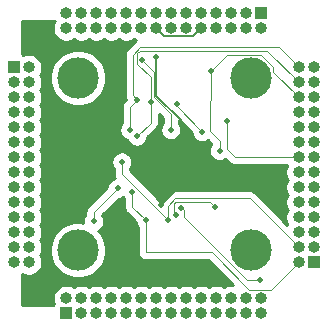
<source format=gbr>
G04 #@! TF.GenerationSoftware,KiCad,Pcbnew,(5.1.10-1-10_14)*
G04 #@! TF.CreationDate,2021-10-21T20:46:12-07:00*
G04 #@! TF.ProjectId,Caravel_breakout,43617261-7665-46c5-9f62-7265616b6f75,rev?*
G04 #@! TF.SameCoordinates,Original*
G04 #@! TF.FileFunction,Copper,L2,Bot*
G04 #@! TF.FilePolarity,Positive*
%FSLAX46Y46*%
G04 Gerber Fmt 4.6, Leading zero omitted, Abs format (unit mm)*
G04 Created by KiCad (PCBNEW (5.1.10-1-10_14)) date 2021-10-21 20:46:12*
%MOMM*%
%LPD*%
G01*
G04 APERTURE LIST*
G04 #@! TA.AperFunction,ComponentPad*
%ADD10O,1.000000X1.000000*%
G04 #@! TD*
G04 #@! TA.AperFunction,ComponentPad*
%ADD11R,1.000000X1.000000*%
G04 #@! TD*
G04 #@! TA.AperFunction,ComponentPad*
%ADD12C,3.500000*%
G04 #@! TD*
G04 #@! TA.AperFunction,ViaPad*
%ADD13C,0.500000*%
G04 #@! TD*
G04 #@! TA.AperFunction,Conductor*
%ADD14C,0.152400*%
G04 #@! TD*
G04 #@! TA.AperFunction,Conductor*
%ADD15C,0.101600*%
G04 #@! TD*
G04 #@! TA.AperFunction,Conductor*
%ADD16C,0.254000*%
G04 #@! TD*
G04 #@! TA.AperFunction,Conductor*
%ADD17C,0.100000*%
G04 #@! TD*
G04 APERTURE END LIST*
D10*
X124206000Y-101854000D03*
X122936000Y-101854000D03*
X124206000Y-100584000D03*
X122936000Y-100584000D03*
X124206000Y-99314000D03*
X122936000Y-99314000D03*
X124206000Y-98044000D03*
X122936000Y-98044000D03*
X124206000Y-96774000D03*
X122936000Y-96774000D03*
X124206000Y-95504000D03*
X122936000Y-95504000D03*
X124206000Y-94234000D03*
X122936000Y-94234000D03*
X124206000Y-92964000D03*
X122936000Y-92964000D03*
X124206000Y-91694000D03*
X122936000Y-91694000D03*
X124206000Y-90424000D03*
X122936000Y-90424000D03*
X124206000Y-89154000D03*
X122936000Y-89154000D03*
X124206000Y-87884000D03*
X122936000Y-87884000D03*
X124206000Y-86614000D03*
X122936000Y-86614000D03*
X124206000Y-85344000D03*
D11*
X122936000Y-85344000D03*
D12*
X128397000Y-86233000D03*
X143002000Y-86233000D03*
X143002000Y-100838000D03*
X128397000Y-100838000D03*
D10*
X147066000Y-85344000D03*
X148336000Y-85344000D03*
X147066000Y-86614000D03*
X148336000Y-86614000D03*
X147066000Y-87884000D03*
X148336000Y-87884000D03*
X147066000Y-89154000D03*
X148336000Y-89154000D03*
X147066000Y-90424000D03*
X148336000Y-90424000D03*
X147066000Y-91694000D03*
X148336000Y-91694000D03*
X147066000Y-92964000D03*
X148336000Y-92964000D03*
X147066000Y-94234000D03*
X148336000Y-94234000D03*
X147066000Y-95504000D03*
X148336000Y-95504000D03*
X147066000Y-96774000D03*
X148336000Y-96774000D03*
X147066000Y-98044000D03*
X148336000Y-98044000D03*
X147066000Y-99314000D03*
X148336000Y-99314000D03*
X147066000Y-100584000D03*
X148336000Y-100584000D03*
X147066000Y-101854000D03*
D11*
X148336000Y-101854000D03*
D10*
X143891000Y-104902000D03*
X143891000Y-106172000D03*
X142621000Y-104902000D03*
X142621000Y-106172000D03*
X141351000Y-104902000D03*
X141351000Y-106172000D03*
X140081000Y-104902000D03*
X140081000Y-106172000D03*
X138811000Y-104902000D03*
X138811000Y-106172000D03*
X137541000Y-104902000D03*
X137541000Y-106172000D03*
X136271000Y-104902000D03*
X136271000Y-106172000D03*
X135001000Y-104902000D03*
X135001000Y-106172000D03*
X133731000Y-104902000D03*
X133731000Y-106172000D03*
X132461000Y-104902000D03*
X132461000Y-106172000D03*
X131191000Y-104902000D03*
X131191000Y-106172000D03*
X129921000Y-104902000D03*
X129921000Y-106172000D03*
X128651000Y-104902000D03*
X128651000Y-106172000D03*
X127381000Y-104902000D03*
D11*
X127381000Y-106172000D03*
D10*
X127381000Y-82042000D03*
X127381000Y-80772000D03*
X128651000Y-82042000D03*
X128651000Y-80772000D03*
X129921000Y-82042000D03*
X129921000Y-80772000D03*
X131191000Y-82042000D03*
X131191000Y-80772000D03*
X132461000Y-82042000D03*
X132461000Y-80772000D03*
X133731000Y-82042000D03*
X133731000Y-80772000D03*
X135001000Y-82042000D03*
X135001000Y-80772000D03*
X136271000Y-82042000D03*
X136271000Y-80772000D03*
X137541000Y-82042000D03*
X137541000Y-80772000D03*
X138811000Y-82042000D03*
X138811000Y-80772000D03*
X140081000Y-82042000D03*
X140081000Y-80772000D03*
X141351000Y-82042000D03*
X141351000Y-80772000D03*
X142621000Y-82042000D03*
X142621000Y-80772000D03*
X143891000Y-82042000D03*
D11*
X143891000Y-80772000D03*
D13*
X135890000Y-93345000D03*
X135367874Y-97006254D03*
X135001000Y-84503260D03*
X134526020Y-88259920D03*
X133356184Y-91192311D03*
X133383020Y-88089740D03*
X132760652Y-90632348D03*
X132969000Y-95885000D03*
X134112000Y-98298000D03*
X132080000Y-93345000D03*
X136017000Y-98298000D03*
X139646660Y-85674200D03*
X129692400Y-98399600D03*
X131724400Y-95605600D03*
X143764000Y-103378000D03*
X136231918Y-90634828D03*
X140360400Y-92397580D03*
X137073730Y-97216004D03*
X133798130Y-84767420D03*
X136705340Y-97858580D03*
X139964160Y-97142300D03*
X138874500Y-90789760D03*
X136728200Y-88465660D03*
X141010640Y-89903300D03*
D14*
X138133199Y-82719801D02*
X138811000Y-82042000D01*
X135678801Y-82719801D02*
X138133199Y-82719801D01*
X135001000Y-82042000D02*
X135678801Y-82719801D01*
X135001000Y-84503260D02*
X135001000Y-87777320D01*
X135001000Y-87777320D02*
X137152380Y-89928700D01*
X137152380Y-95221748D02*
X135367874Y-97006254D01*
X137152380Y-89928700D02*
X137152380Y-95221748D01*
D15*
X134526020Y-88259920D02*
X134526020Y-90022475D01*
X134526020Y-90022475D02*
X133356184Y-91192311D01*
X132760652Y-88712108D02*
X132760652Y-90632348D01*
X133383020Y-88089740D02*
X132760652Y-88712108D01*
X132969000Y-95885000D02*
X132969000Y-97155000D01*
X132969000Y-97155000D02*
X134112000Y-98298000D01*
X132080000Y-94361000D02*
X136017000Y-98298000D01*
X132080000Y-93345000D02*
X132080000Y-94361000D01*
X131724400Y-95605600D02*
X129692400Y-97637600D01*
X129692400Y-97637600D02*
X129692400Y-98399600D01*
X134526020Y-88259920D02*
X134526020Y-86159340D01*
X134526020Y-86159340D02*
X133395720Y-85029040D01*
X133395720Y-85029040D02*
X133395720Y-84167980D01*
X133395720Y-84167980D02*
X133621780Y-83941920D01*
X144393920Y-83941920D02*
X147066000Y-86614000D01*
X133621780Y-83941920D02*
X144393920Y-83941920D01*
X133383020Y-88089740D02*
X133007091Y-87713811D01*
X133007091Y-84269227D02*
X133613798Y-83662520D01*
X133613798Y-83662520D02*
X145384520Y-83662520D01*
X133007091Y-87713811D02*
X133007091Y-84269227D01*
X145384520Y-83662520D02*
X147066000Y-85344000D01*
X134112000Y-98298000D02*
X134112000Y-101003100D01*
X139687654Y-101003100D02*
X142852494Y-104167940D01*
X134112000Y-101003100D02*
X139687654Y-101003100D01*
X144752060Y-104167940D02*
X147066000Y-101854000D01*
X142852494Y-104167940D02*
X144752060Y-104167940D01*
X136017000Y-97050498D02*
X136621167Y-96446331D01*
X136017000Y-98298000D02*
X136017000Y-97050498D01*
X136621167Y-96446331D02*
X142928331Y-96446331D01*
X142928331Y-96446331D02*
X146566001Y-100084001D01*
X146566001Y-100084001D02*
X147066000Y-100584000D01*
X144904401Y-85319847D02*
X144904401Y-85722401D01*
X143915153Y-84330599D02*
X144904401Y-85319847D01*
X140990261Y-84330599D02*
X143915153Y-84330599D01*
X144904401Y-85722401D02*
X147066000Y-87884000D01*
X139646660Y-85674200D02*
X140990261Y-84330599D01*
X140360400Y-91567000D02*
X139545236Y-90751836D01*
X140360400Y-92397580D02*
X140360400Y-91567000D01*
X139545236Y-90751836D02*
X139646660Y-85674200D01*
X143764000Y-103378000D02*
X142647594Y-103378000D01*
X137323729Y-97466003D02*
X137073730Y-97216004D01*
X142647594Y-103378000D02*
X137323729Y-98054135D01*
X137323729Y-98054135D02*
X137323729Y-97466003D01*
X136231918Y-90634828D02*
X136231918Y-89331542D01*
X136231918Y-89331542D02*
X134772389Y-87872013D01*
X134772389Y-85741679D02*
X133798130Y-84767420D01*
X134772389Y-87872013D02*
X134772389Y-85741679D01*
X136705340Y-97858580D02*
X136466580Y-97619820D01*
X136466580Y-97619820D02*
X136466580Y-96936560D01*
X136466580Y-96936560D02*
X136466580Y-96888300D01*
X136466580Y-96888300D02*
X136626600Y-96728280D01*
X136626600Y-96728280D02*
X139550140Y-96728280D01*
X139550140Y-96728280D02*
X139964160Y-97142300D01*
X136728200Y-88643460D02*
X136728200Y-88465660D01*
X138874500Y-90789760D02*
X136728200Y-88643460D01*
X141676120Y-92964000D02*
X147066000Y-92964000D01*
X141010640Y-92298520D02*
X141676120Y-92964000D01*
X141010640Y-89903300D02*
X141010640Y-92298520D01*
D16*
X126375176Y-81504376D02*
X126289617Y-81710933D01*
X126246000Y-81930212D01*
X126246000Y-82153788D01*
X126289617Y-82373067D01*
X126375176Y-82579624D01*
X126499388Y-82765520D01*
X126657480Y-82923612D01*
X126843376Y-83047824D01*
X127049933Y-83133383D01*
X127269212Y-83177000D01*
X127492788Y-83177000D01*
X127712067Y-83133383D01*
X127918624Y-83047824D01*
X128016000Y-82982759D01*
X128113376Y-83047824D01*
X128319933Y-83133383D01*
X128539212Y-83177000D01*
X128762788Y-83177000D01*
X128982067Y-83133383D01*
X129188624Y-83047824D01*
X129286000Y-82982759D01*
X129383376Y-83047824D01*
X129589933Y-83133383D01*
X129809212Y-83177000D01*
X130032788Y-83177000D01*
X130252067Y-83133383D01*
X130458624Y-83047824D01*
X130556000Y-82982759D01*
X130653376Y-83047824D01*
X130859933Y-83133383D01*
X131079212Y-83177000D01*
X131302788Y-83177000D01*
X131522067Y-83133383D01*
X131728624Y-83047824D01*
X131826000Y-82982759D01*
X131923376Y-83047824D01*
X132129933Y-83133383D01*
X132349212Y-83177000D01*
X132572788Y-83177000D01*
X132792067Y-83133383D01*
X132998624Y-83047824D01*
X133096000Y-82982759D01*
X133193376Y-83047824D01*
X133258512Y-83074804D01*
X133230945Y-83089539D01*
X133126518Y-83175240D01*
X133105044Y-83201406D01*
X132545977Y-83760474D01*
X132519812Y-83781947D01*
X132498339Y-83808112D01*
X132498336Y-83808115D01*
X132434111Y-83886374D01*
X132370430Y-84005513D01*
X132331215Y-84134787D01*
X132317974Y-84269227D01*
X132321292Y-84302915D01*
X132321291Y-87680132D01*
X132317974Y-87713811D01*
X132321291Y-87747490D01*
X132321291Y-87747499D01*
X132331214Y-87848250D01*
X132370429Y-87977524D01*
X132424399Y-88078494D01*
X132299538Y-88203355D01*
X132273372Y-88224829D01*
X132187671Y-88329256D01*
X132123990Y-88448395D01*
X132084775Y-88577669D01*
X132074852Y-88678420D01*
X132074852Y-88678429D01*
X132071535Y-88712108D01*
X132074852Y-88745787D01*
X132074853Y-90066568D01*
X132073228Y-90068193D01*
X131976375Y-90213143D01*
X131909662Y-90374203D01*
X131875652Y-90545183D01*
X131875652Y-90719513D01*
X131909662Y-90890493D01*
X131976375Y-91051553D01*
X132073228Y-91196503D01*
X132196497Y-91319772D01*
X132341447Y-91416625D01*
X132502507Y-91483338D01*
X132520278Y-91486873D01*
X132571907Y-91611516D01*
X132668760Y-91756466D01*
X132792029Y-91879735D01*
X132936979Y-91976588D01*
X133098039Y-92043301D01*
X133269019Y-92077311D01*
X133443349Y-92077311D01*
X133614329Y-92043301D01*
X133775389Y-91976588D01*
X133920339Y-91879735D01*
X134043608Y-91756466D01*
X134140461Y-91611516D01*
X134207174Y-91450456D01*
X134241184Y-91279476D01*
X134241184Y-91277178D01*
X134987134Y-90531228D01*
X135013300Y-90509755D01*
X135099001Y-90405328D01*
X135143271Y-90322505D01*
X135162682Y-90286190D01*
X135195241Y-90178856D01*
X135201897Y-90156915D01*
X135211820Y-90056164D01*
X135211820Y-90056161D01*
X135215138Y-90022475D01*
X135211820Y-89988789D01*
X135211820Y-89281311D01*
X135546119Y-89615610D01*
X135546118Y-90069049D01*
X135544494Y-90070673D01*
X135447641Y-90215623D01*
X135380928Y-90376683D01*
X135346918Y-90547663D01*
X135346918Y-90721993D01*
X135380928Y-90892973D01*
X135447641Y-91054033D01*
X135544494Y-91198983D01*
X135667763Y-91322252D01*
X135812713Y-91419105D01*
X135973773Y-91485818D01*
X136144753Y-91519828D01*
X136319083Y-91519828D01*
X136490063Y-91485818D01*
X136651123Y-91419105D01*
X136796073Y-91322252D01*
X136919342Y-91198983D01*
X137016195Y-91054033D01*
X137082908Y-90892973D01*
X137116918Y-90721993D01*
X137116918Y-90547663D01*
X137082908Y-90376683D01*
X137016195Y-90215623D01*
X136919342Y-90070673D01*
X136917718Y-90069049D01*
X136917718Y-89802845D01*
X137989500Y-90874627D01*
X137989500Y-90876925D01*
X138023510Y-91047905D01*
X138090223Y-91208965D01*
X138187076Y-91353915D01*
X138310345Y-91477184D01*
X138455295Y-91574037D01*
X138616355Y-91640750D01*
X138787335Y-91674760D01*
X138961665Y-91674760D01*
X139132645Y-91640750D01*
X139293705Y-91574037D01*
X139355967Y-91532435D01*
X139666560Y-91843028D01*
X139576123Y-91978375D01*
X139509410Y-92139435D01*
X139475400Y-92310415D01*
X139475400Y-92484745D01*
X139509410Y-92655725D01*
X139576123Y-92816785D01*
X139672976Y-92961735D01*
X139796245Y-93085004D01*
X139941195Y-93181857D01*
X140102255Y-93248570D01*
X140273235Y-93282580D01*
X140447565Y-93282580D01*
X140618545Y-93248570D01*
X140779605Y-93181857D01*
X140866229Y-93123976D01*
X141167362Y-93425109D01*
X141188840Y-93451280D01*
X141293267Y-93536981D01*
X141412406Y-93600662D01*
X141541680Y-93639877D01*
X141642431Y-93649800D01*
X141642434Y-93649800D01*
X141676120Y-93653118D01*
X141709806Y-93649800D01*
X146091297Y-93649800D01*
X146060176Y-93696376D01*
X145974617Y-93902933D01*
X145931000Y-94122212D01*
X145931000Y-94345788D01*
X145974617Y-94565067D01*
X146060176Y-94771624D01*
X146125241Y-94869000D01*
X146060176Y-94966376D01*
X145974617Y-95172933D01*
X145931000Y-95392212D01*
X145931000Y-95615788D01*
X145974617Y-95835067D01*
X146060176Y-96041624D01*
X146125241Y-96139000D01*
X146060176Y-96236376D01*
X145974617Y-96442933D01*
X145931000Y-96662212D01*
X145931000Y-96885788D01*
X145974617Y-97105067D01*
X146060176Y-97311624D01*
X146125241Y-97409000D01*
X146060176Y-97506376D01*
X145974617Y-97712933D01*
X145931000Y-97932212D01*
X145931000Y-98155788D01*
X145974617Y-98375067D01*
X146060176Y-98581624D01*
X146113910Y-98662042D01*
X143437089Y-95985222D01*
X143415611Y-95959051D01*
X143311184Y-95873350D01*
X143192045Y-95809669D01*
X143062771Y-95770454D01*
X142962020Y-95760531D01*
X142962010Y-95760531D01*
X142928331Y-95757214D01*
X142894652Y-95760531D01*
X136654845Y-95760531D01*
X136621166Y-95757214D01*
X136587487Y-95760531D01*
X136587478Y-95760531D01*
X136486727Y-95770454D01*
X136357453Y-95809669D01*
X136238314Y-95873350D01*
X136133887Y-95959051D01*
X136112413Y-95985217D01*
X135555886Y-96541745D01*
X135529721Y-96563218D01*
X135508248Y-96589383D01*
X135508245Y-96589386D01*
X135456983Y-96651849D01*
X135444020Y-96667645D01*
X135413539Y-96724672D01*
X132765800Y-94076933D01*
X132765800Y-93910779D01*
X132767424Y-93909155D01*
X132864277Y-93764205D01*
X132930990Y-93603145D01*
X132965000Y-93432165D01*
X132965000Y-93257835D01*
X132930990Y-93086855D01*
X132864277Y-92925795D01*
X132767424Y-92780845D01*
X132644155Y-92657576D01*
X132499205Y-92560723D01*
X132338145Y-92494010D01*
X132167165Y-92460000D01*
X131992835Y-92460000D01*
X131821855Y-92494010D01*
X131660795Y-92560723D01*
X131515845Y-92657576D01*
X131392576Y-92780845D01*
X131295723Y-92925795D01*
X131229010Y-93086855D01*
X131195000Y-93257835D01*
X131195000Y-93432165D01*
X131229010Y-93603145D01*
X131295723Y-93764205D01*
X131392576Y-93909155D01*
X131394201Y-93910780D01*
X131394201Y-94327312D01*
X131390883Y-94361000D01*
X131404124Y-94495440D01*
X131443339Y-94624714D01*
X131507020Y-94743853D01*
X131508888Y-94746130D01*
X131466255Y-94754610D01*
X131305195Y-94821323D01*
X131160245Y-94918176D01*
X131036976Y-95041445D01*
X130940123Y-95186395D01*
X130873410Y-95347455D01*
X130839400Y-95518435D01*
X130839400Y-95520732D01*
X129231287Y-97128846D01*
X129205120Y-97150321D01*
X129183647Y-97176486D01*
X129183645Y-97176488D01*
X129162471Y-97202289D01*
X129119419Y-97254748D01*
X129055738Y-97373887D01*
X129016523Y-97503161D01*
X129006600Y-97603912D01*
X129006600Y-97603921D01*
X129003283Y-97637600D01*
X129006600Y-97671279D01*
X129006600Y-97833821D01*
X129004976Y-97835445D01*
X128908123Y-97980395D01*
X128841410Y-98141455D01*
X128807400Y-98312435D01*
X128807400Y-98486765D01*
X128807637Y-98487956D01*
X128631902Y-98453000D01*
X128162098Y-98453000D01*
X127701321Y-98544654D01*
X127267279Y-98724440D01*
X126876651Y-98985450D01*
X126544450Y-99317651D01*
X126283440Y-99708279D01*
X126103654Y-100142321D01*
X126012000Y-100603098D01*
X126012000Y-101072902D01*
X126103654Y-101533679D01*
X126283440Y-101967721D01*
X126544450Y-102358349D01*
X126876651Y-102690550D01*
X127267279Y-102951560D01*
X127701321Y-103131346D01*
X128162098Y-103223000D01*
X128631902Y-103223000D01*
X129092679Y-103131346D01*
X129526721Y-102951560D01*
X129917349Y-102690550D01*
X130249550Y-102358349D01*
X130510560Y-101967721D01*
X130690346Y-101533679D01*
X130782000Y-101072902D01*
X130782000Y-100603098D01*
X130690346Y-100142321D01*
X130510560Y-99708279D01*
X130249550Y-99317651D01*
X130114105Y-99182206D01*
X130256555Y-99087024D01*
X130379824Y-98963755D01*
X130476677Y-98818805D01*
X130543390Y-98657745D01*
X130577400Y-98486765D01*
X130577400Y-98312435D01*
X130543390Y-98141455D01*
X130476677Y-97980395D01*
X130413709Y-97886158D01*
X131809268Y-96490600D01*
X131811565Y-96490600D01*
X131982545Y-96456590D01*
X132143605Y-96389877D01*
X132211607Y-96344439D01*
X132281576Y-96449155D01*
X132283200Y-96450779D01*
X132283201Y-97121312D01*
X132279883Y-97155000D01*
X132293124Y-97289440D01*
X132332339Y-97418714D01*
X132396020Y-97537853D01*
X132459598Y-97615323D01*
X132481721Y-97642280D01*
X132507886Y-97663753D01*
X133227000Y-98382868D01*
X133227000Y-98385165D01*
X133261010Y-98556145D01*
X133327723Y-98717205D01*
X133424576Y-98862155D01*
X133426200Y-98863779D01*
X133426201Y-100969401D01*
X133422882Y-101003100D01*
X133436123Y-101137540D01*
X133475338Y-101266814D01*
X133539019Y-101385953D01*
X133624720Y-101490380D01*
X133729147Y-101576081D01*
X133848286Y-101639762D01*
X133977560Y-101678977D01*
X134078311Y-101688900D01*
X134078312Y-101688900D01*
X134112000Y-101692218D01*
X134145689Y-101688900D01*
X139403587Y-101688900D01*
X141486380Y-103771693D01*
X141462788Y-103767000D01*
X141239212Y-103767000D01*
X141019933Y-103810617D01*
X140813376Y-103896176D01*
X140716000Y-103961241D01*
X140618624Y-103896176D01*
X140412067Y-103810617D01*
X140192788Y-103767000D01*
X139969212Y-103767000D01*
X139749933Y-103810617D01*
X139543376Y-103896176D01*
X139446000Y-103961241D01*
X139348624Y-103896176D01*
X139142067Y-103810617D01*
X138922788Y-103767000D01*
X138699212Y-103767000D01*
X138479933Y-103810617D01*
X138273376Y-103896176D01*
X138176000Y-103961241D01*
X138078624Y-103896176D01*
X137872067Y-103810617D01*
X137652788Y-103767000D01*
X137429212Y-103767000D01*
X137209933Y-103810617D01*
X137003376Y-103896176D01*
X136906000Y-103961241D01*
X136808624Y-103896176D01*
X136602067Y-103810617D01*
X136382788Y-103767000D01*
X136159212Y-103767000D01*
X135939933Y-103810617D01*
X135733376Y-103896176D01*
X135636000Y-103961241D01*
X135538624Y-103896176D01*
X135332067Y-103810617D01*
X135112788Y-103767000D01*
X134889212Y-103767000D01*
X134669933Y-103810617D01*
X134463376Y-103896176D01*
X134366000Y-103961241D01*
X134268624Y-103896176D01*
X134062067Y-103810617D01*
X133842788Y-103767000D01*
X133619212Y-103767000D01*
X133399933Y-103810617D01*
X133193376Y-103896176D01*
X133096000Y-103961241D01*
X132998624Y-103896176D01*
X132792067Y-103810617D01*
X132572788Y-103767000D01*
X132349212Y-103767000D01*
X132129933Y-103810617D01*
X131923376Y-103896176D01*
X131826000Y-103961241D01*
X131728624Y-103896176D01*
X131522067Y-103810617D01*
X131302788Y-103767000D01*
X131079212Y-103767000D01*
X130859933Y-103810617D01*
X130653376Y-103896176D01*
X130556000Y-103961241D01*
X130458624Y-103896176D01*
X130252067Y-103810617D01*
X130032788Y-103767000D01*
X129809212Y-103767000D01*
X129589933Y-103810617D01*
X129383376Y-103896176D01*
X129286000Y-103961241D01*
X129188624Y-103896176D01*
X128982067Y-103810617D01*
X128762788Y-103767000D01*
X128539212Y-103767000D01*
X128319933Y-103810617D01*
X128113376Y-103896176D01*
X128016000Y-103961241D01*
X127918624Y-103896176D01*
X127712067Y-103810617D01*
X127492788Y-103767000D01*
X127269212Y-103767000D01*
X127049933Y-103810617D01*
X126843376Y-103896176D01*
X126657480Y-104020388D01*
X126499388Y-104178480D01*
X126375176Y-104364376D01*
X126289617Y-104570933D01*
X126246000Y-104790212D01*
X126246000Y-105013788D01*
X126289617Y-105233067D01*
X126335888Y-105344774D01*
X126291498Y-105427820D01*
X126265962Y-105512000D01*
X123596000Y-105512000D01*
X123596000Y-102811464D01*
X123668376Y-102859824D01*
X123874933Y-102945383D01*
X124094212Y-102989000D01*
X124317788Y-102989000D01*
X124537067Y-102945383D01*
X124743624Y-102859824D01*
X124929520Y-102735612D01*
X125087612Y-102577520D01*
X125211824Y-102391624D01*
X125297383Y-102185067D01*
X125341000Y-101965788D01*
X125341000Y-101742212D01*
X125297383Y-101522933D01*
X125211824Y-101316376D01*
X125146759Y-101219000D01*
X125211824Y-101121624D01*
X125297383Y-100915067D01*
X125341000Y-100695788D01*
X125341000Y-100472212D01*
X125297383Y-100252933D01*
X125211824Y-100046376D01*
X125146759Y-99949000D01*
X125211824Y-99851624D01*
X125297383Y-99645067D01*
X125341000Y-99425788D01*
X125341000Y-99202212D01*
X125297383Y-98982933D01*
X125211824Y-98776376D01*
X125146759Y-98679000D01*
X125211824Y-98581624D01*
X125297383Y-98375067D01*
X125341000Y-98155788D01*
X125341000Y-97932212D01*
X125297383Y-97712933D01*
X125211824Y-97506376D01*
X125146759Y-97409000D01*
X125211824Y-97311624D01*
X125297383Y-97105067D01*
X125341000Y-96885788D01*
X125341000Y-96662212D01*
X125297383Y-96442933D01*
X125211824Y-96236376D01*
X125146759Y-96139000D01*
X125211824Y-96041624D01*
X125297383Y-95835067D01*
X125341000Y-95615788D01*
X125341000Y-95392212D01*
X125297383Y-95172933D01*
X125211824Y-94966376D01*
X125146759Y-94869000D01*
X125211824Y-94771624D01*
X125297383Y-94565067D01*
X125341000Y-94345788D01*
X125341000Y-94122212D01*
X125297383Y-93902933D01*
X125211824Y-93696376D01*
X125146759Y-93599000D01*
X125211824Y-93501624D01*
X125297383Y-93295067D01*
X125341000Y-93075788D01*
X125341000Y-92852212D01*
X125297383Y-92632933D01*
X125211824Y-92426376D01*
X125146759Y-92329000D01*
X125211824Y-92231624D01*
X125297383Y-92025067D01*
X125341000Y-91805788D01*
X125341000Y-91582212D01*
X125297383Y-91362933D01*
X125211824Y-91156376D01*
X125146759Y-91059000D01*
X125211824Y-90961624D01*
X125297383Y-90755067D01*
X125341000Y-90535788D01*
X125341000Y-90312212D01*
X125297383Y-90092933D01*
X125211824Y-89886376D01*
X125146759Y-89789000D01*
X125211824Y-89691624D01*
X125297383Y-89485067D01*
X125341000Y-89265788D01*
X125341000Y-89042212D01*
X125297383Y-88822933D01*
X125211824Y-88616376D01*
X125146759Y-88519000D01*
X125211824Y-88421624D01*
X125297383Y-88215067D01*
X125341000Y-87995788D01*
X125341000Y-87772212D01*
X125297383Y-87552933D01*
X125211824Y-87346376D01*
X125146759Y-87249000D01*
X125211824Y-87151624D01*
X125297383Y-86945067D01*
X125341000Y-86725788D01*
X125341000Y-86502212D01*
X125297383Y-86282933D01*
X125211824Y-86076376D01*
X125159520Y-85998098D01*
X126012000Y-85998098D01*
X126012000Y-86467902D01*
X126103654Y-86928679D01*
X126283440Y-87362721D01*
X126544450Y-87753349D01*
X126876651Y-88085550D01*
X127267279Y-88346560D01*
X127701321Y-88526346D01*
X128162098Y-88618000D01*
X128631902Y-88618000D01*
X129092679Y-88526346D01*
X129526721Y-88346560D01*
X129917349Y-88085550D01*
X130249550Y-87753349D01*
X130510560Y-87362721D01*
X130690346Y-86928679D01*
X130782000Y-86467902D01*
X130782000Y-85998098D01*
X130690346Y-85537321D01*
X130510560Y-85103279D01*
X130249550Y-84712651D01*
X129917349Y-84380450D01*
X129526721Y-84119440D01*
X129092679Y-83939654D01*
X128631902Y-83848000D01*
X128162098Y-83848000D01*
X127701321Y-83939654D01*
X127267279Y-84119440D01*
X126876651Y-84380450D01*
X126544450Y-84712651D01*
X126283440Y-85103279D01*
X126103654Y-85537321D01*
X126012000Y-85998098D01*
X125159520Y-85998098D01*
X125146759Y-85979000D01*
X125211824Y-85881624D01*
X125297383Y-85675067D01*
X125341000Y-85455788D01*
X125341000Y-85232212D01*
X125297383Y-85012933D01*
X125211824Y-84806376D01*
X125087612Y-84620480D01*
X124929520Y-84462388D01*
X124743624Y-84338176D01*
X124537067Y-84252617D01*
X124317788Y-84209000D01*
X124094212Y-84209000D01*
X123874933Y-84252617D01*
X123763226Y-84298888D01*
X123680180Y-84254498D01*
X123596000Y-84228962D01*
X123596000Y-81432000D01*
X126423536Y-81432000D01*
X126375176Y-81504376D01*
G04 #@! TA.AperFunction,Conductor*
D17*
G36*
X126375176Y-81504376D02*
G01*
X126289617Y-81710933D01*
X126246000Y-81930212D01*
X126246000Y-82153788D01*
X126289617Y-82373067D01*
X126375176Y-82579624D01*
X126499388Y-82765520D01*
X126657480Y-82923612D01*
X126843376Y-83047824D01*
X127049933Y-83133383D01*
X127269212Y-83177000D01*
X127492788Y-83177000D01*
X127712067Y-83133383D01*
X127918624Y-83047824D01*
X128016000Y-82982759D01*
X128113376Y-83047824D01*
X128319933Y-83133383D01*
X128539212Y-83177000D01*
X128762788Y-83177000D01*
X128982067Y-83133383D01*
X129188624Y-83047824D01*
X129286000Y-82982759D01*
X129383376Y-83047824D01*
X129589933Y-83133383D01*
X129809212Y-83177000D01*
X130032788Y-83177000D01*
X130252067Y-83133383D01*
X130458624Y-83047824D01*
X130556000Y-82982759D01*
X130653376Y-83047824D01*
X130859933Y-83133383D01*
X131079212Y-83177000D01*
X131302788Y-83177000D01*
X131522067Y-83133383D01*
X131728624Y-83047824D01*
X131826000Y-82982759D01*
X131923376Y-83047824D01*
X132129933Y-83133383D01*
X132349212Y-83177000D01*
X132572788Y-83177000D01*
X132792067Y-83133383D01*
X132998624Y-83047824D01*
X133096000Y-82982759D01*
X133193376Y-83047824D01*
X133258512Y-83074804D01*
X133230945Y-83089539D01*
X133126518Y-83175240D01*
X133105044Y-83201406D01*
X132545977Y-83760474D01*
X132519812Y-83781947D01*
X132498339Y-83808112D01*
X132498336Y-83808115D01*
X132434111Y-83886374D01*
X132370430Y-84005513D01*
X132331215Y-84134787D01*
X132317974Y-84269227D01*
X132321292Y-84302915D01*
X132321291Y-87680132D01*
X132317974Y-87713811D01*
X132321291Y-87747490D01*
X132321291Y-87747499D01*
X132331214Y-87848250D01*
X132370429Y-87977524D01*
X132424399Y-88078494D01*
X132299538Y-88203355D01*
X132273372Y-88224829D01*
X132187671Y-88329256D01*
X132123990Y-88448395D01*
X132084775Y-88577669D01*
X132074852Y-88678420D01*
X132074852Y-88678429D01*
X132071535Y-88712108D01*
X132074852Y-88745787D01*
X132074853Y-90066568D01*
X132073228Y-90068193D01*
X131976375Y-90213143D01*
X131909662Y-90374203D01*
X131875652Y-90545183D01*
X131875652Y-90719513D01*
X131909662Y-90890493D01*
X131976375Y-91051553D01*
X132073228Y-91196503D01*
X132196497Y-91319772D01*
X132341447Y-91416625D01*
X132502507Y-91483338D01*
X132520278Y-91486873D01*
X132571907Y-91611516D01*
X132668760Y-91756466D01*
X132792029Y-91879735D01*
X132936979Y-91976588D01*
X133098039Y-92043301D01*
X133269019Y-92077311D01*
X133443349Y-92077311D01*
X133614329Y-92043301D01*
X133775389Y-91976588D01*
X133920339Y-91879735D01*
X134043608Y-91756466D01*
X134140461Y-91611516D01*
X134207174Y-91450456D01*
X134241184Y-91279476D01*
X134241184Y-91277178D01*
X134987134Y-90531228D01*
X135013300Y-90509755D01*
X135099001Y-90405328D01*
X135143271Y-90322505D01*
X135162682Y-90286190D01*
X135195241Y-90178856D01*
X135201897Y-90156915D01*
X135211820Y-90056164D01*
X135211820Y-90056161D01*
X135215138Y-90022475D01*
X135211820Y-89988789D01*
X135211820Y-89281311D01*
X135546119Y-89615610D01*
X135546118Y-90069049D01*
X135544494Y-90070673D01*
X135447641Y-90215623D01*
X135380928Y-90376683D01*
X135346918Y-90547663D01*
X135346918Y-90721993D01*
X135380928Y-90892973D01*
X135447641Y-91054033D01*
X135544494Y-91198983D01*
X135667763Y-91322252D01*
X135812713Y-91419105D01*
X135973773Y-91485818D01*
X136144753Y-91519828D01*
X136319083Y-91519828D01*
X136490063Y-91485818D01*
X136651123Y-91419105D01*
X136796073Y-91322252D01*
X136919342Y-91198983D01*
X137016195Y-91054033D01*
X137082908Y-90892973D01*
X137116918Y-90721993D01*
X137116918Y-90547663D01*
X137082908Y-90376683D01*
X137016195Y-90215623D01*
X136919342Y-90070673D01*
X136917718Y-90069049D01*
X136917718Y-89802845D01*
X137989500Y-90874627D01*
X137989500Y-90876925D01*
X138023510Y-91047905D01*
X138090223Y-91208965D01*
X138187076Y-91353915D01*
X138310345Y-91477184D01*
X138455295Y-91574037D01*
X138616355Y-91640750D01*
X138787335Y-91674760D01*
X138961665Y-91674760D01*
X139132645Y-91640750D01*
X139293705Y-91574037D01*
X139355967Y-91532435D01*
X139666560Y-91843028D01*
X139576123Y-91978375D01*
X139509410Y-92139435D01*
X139475400Y-92310415D01*
X139475400Y-92484745D01*
X139509410Y-92655725D01*
X139576123Y-92816785D01*
X139672976Y-92961735D01*
X139796245Y-93085004D01*
X139941195Y-93181857D01*
X140102255Y-93248570D01*
X140273235Y-93282580D01*
X140447565Y-93282580D01*
X140618545Y-93248570D01*
X140779605Y-93181857D01*
X140866229Y-93123976D01*
X141167362Y-93425109D01*
X141188840Y-93451280D01*
X141293267Y-93536981D01*
X141412406Y-93600662D01*
X141541680Y-93639877D01*
X141642431Y-93649800D01*
X141642434Y-93649800D01*
X141676120Y-93653118D01*
X141709806Y-93649800D01*
X146091297Y-93649800D01*
X146060176Y-93696376D01*
X145974617Y-93902933D01*
X145931000Y-94122212D01*
X145931000Y-94345788D01*
X145974617Y-94565067D01*
X146060176Y-94771624D01*
X146125241Y-94869000D01*
X146060176Y-94966376D01*
X145974617Y-95172933D01*
X145931000Y-95392212D01*
X145931000Y-95615788D01*
X145974617Y-95835067D01*
X146060176Y-96041624D01*
X146125241Y-96139000D01*
X146060176Y-96236376D01*
X145974617Y-96442933D01*
X145931000Y-96662212D01*
X145931000Y-96885788D01*
X145974617Y-97105067D01*
X146060176Y-97311624D01*
X146125241Y-97409000D01*
X146060176Y-97506376D01*
X145974617Y-97712933D01*
X145931000Y-97932212D01*
X145931000Y-98155788D01*
X145974617Y-98375067D01*
X146060176Y-98581624D01*
X146113910Y-98662042D01*
X143437089Y-95985222D01*
X143415611Y-95959051D01*
X143311184Y-95873350D01*
X143192045Y-95809669D01*
X143062771Y-95770454D01*
X142962020Y-95760531D01*
X142962010Y-95760531D01*
X142928331Y-95757214D01*
X142894652Y-95760531D01*
X136654845Y-95760531D01*
X136621166Y-95757214D01*
X136587487Y-95760531D01*
X136587478Y-95760531D01*
X136486727Y-95770454D01*
X136357453Y-95809669D01*
X136238314Y-95873350D01*
X136133887Y-95959051D01*
X136112413Y-95985217D01*
X135555886Y-96541745D01*
X135529721Y-96563218D01*
X135508248Y-96589383D01*
X135508245Y-96589386D01*
X135456983Y-96651849D01*
X135444020Y-96667645D01*
X135413539Y-96724672D01*
X132765800Y-94076933D01*
X132765800Y-93910779D01*
X132767424Y-93909155D01*
X132864277Y-93764205D01*
X132930990Y-93603145D01*
X132965000Y-93432165D01*
X132965000Y-93257835D01*
X132930990Y-93086855D01*
X132864277Y-92925795D01*
X132767424Y-92780845D01*
X132644155Y-92657576D01*
X132499205Y-92560723D01*
X132338145Y-92494010D01*
X132167165Y-92460000D01*
X131992835Y-92460000D01*
X131821855Y-92494010D01*
X131660795Y-92560723D01*
X131515845Y-92657576D01*
X131392576Y-92780845D01*
X131295723Y-92925795D01*
X131229010Y-93086855D01*
X131195000Y-93257835D01*
X131195000Y-93432165D01*
X131229010Y-93603145D01*
X131295723Y-93764205D01*
X131392576Y-93909155D01*
X131394201Y-93910780D01*
X131394201Y-94327312D01*
X131390883Y-94361000D01*
X131404124Y-94495440D01*
X131443339Y-94624714D01*
X131507020Y-94743853D01*
X131508888Y-94746130D01*
X131466255Y-94754610D01*
X131305195Y-94821323D01*
X131160245Y-94918176D01*
X131036976Y-95041445D01*
X130940123Y-95186395D01*
X130873410Y-95347455D01*
X130839400Y-95518435D01*
X130839400Y-95520732D01*
X129231287Y-97128846D01*
X129205120Y-97150321D01*
X129183647Y-97176486D01*
X129183645Y-97176488D01*
X129162471Y-97202289D01*
X129119419Y-97254748D01*
X129055738Y-97373887D01*
X129016523Y-97503161D01*
X129006600Y-97603912D01*
X129006600Y-97603921D01*
X129003283Y-97637600D01*
X129006600Y-97671279D01*
X129006600Y-97833821D01*
X129004976Y-97835445D01*
X128908123Y-97980395D01*
X128841410Y-98141455D01*
X128807400Y-98312435D01*
X128807400Y-98486765D01*
X128807637Y-98487956D01*
X128631902Y-98453000D01*
X128162098Y-98453000D01*
X127701321Y-98544654D01*
X127267279Y-98724440D01*
X126876651Y-98985450D01*
X126544450Y-99317651D01*
X126283440Y-99708279D01*
X126103654Y-100142321D01*
X126012000Y-100603098D01*
X126012000Y-101072902D01*
X126103654Y-101533679D01*
X126283440Y-101967721D01*
X126544450Y-102358349D01*
X126876651Y-102690550D01*
X127267279Y-102951560D01*
X127701321Y-103131346D01*
X128162098Y-103223000D01*
X128631902Y-103223000D01*
X129092679Y-103131346D01*
X129526721Y-102951560D01*
X129917349Y-102690550D01*
X130249550Y-102358349D01*
X130510560Y-101967721D01*
X130690346Y-101533679D01*
X130782000Y-101072902D01*
X130782000Y-100603098D01*
X130690346Y-100142321D01*
X130510560Y-99708279D01*
X130249550Y-99317651D01*
X130114105Y-99182206D01*
X130256555Y-99087024D01*
X130379824Y-98963755D01*
X130476677Y-98818805D01*
X130543390Y-98657745D01*
X130577400Y-98486765D01*
X130577400Y-98312435D01*
X130543390Y-98141455D01*
X130476677Y-97980395D01*
X130413709Y-97886158D01*
X131809268Y-96490600D01*
X131811565Y-96490600D01*
X131982545Y-96456590D01*
X132143605Y-96389877D01*
X132211607Y-96344439D01*
X132281576Y-96449155D01*
X132283200Y-96450779D01*
X132283201Y-97121312D01*
X132279883Y-97155000D01*
X132293124Y-97289440D01*
X132332339Y-97418714D01*
X132396020Y-97537853D01*
X132459598Y-97615323D01*
X132481721Y-97642280D01*
X132507886Y-97663753D01*
X133227000Y-98382868D01*
X133227000Y-98385165D01*
X133261010Y-98556145D01*
X133327723Y-98717205D01*
X133424576Y-98862155D01*
X133426200Y-98863779D01*
X133426201Y-100969401D01*
X133422882Y-101003100D01*
X133436123Y-101137540D01*
X133475338Y-101266814D01*
X133539019Y-101385953D01*
X133624720Y-101490380D01*
X133729147Y-101576081D01*
X133848286Y-101639762D01*
X133977560Y-101678977D01*
X134078311Y-101688900D01*
X134078312Y-101688900D01*
X134112000Y-101692218D01*
X134145689Y-101688900D01*
X139403587Y-101688900D01*
X141486380Y-103771693D01*
X141462788Y-103767000D01*
X141239212Y-103767000D01*
X141019933Y-103810617D01*
X140813376Y-103896176D01*
X140716000Y-103961241D01*
X140618624Y-103896176D01*
X140412067Y-103810617D01*
X140192788Y-103767000D01*
X139969212Y-103767000D01*
X139749933Y-103810617D01*
X139543376Y-103896176D01*
X139446000Y-103961241D01*
X139348624Y-103896176D01*
X139142067Y-103810617D01*
X138922788Y-103767000D01*
X138699212Y-103767000D01*
X138479933Y-103810617D01*
X138273376Y-103896176D01*
X138176000Y-103961241D01*
X138078624Y-103896176D01*
X137872067Y-103810617D01*
X137652788Y-103767000D01*
X137429212Y-103767000D01*
X137209933Y-103810617D01*
X137003376Y-103896176D01*
X136906000Y-103961241D01*
X136808624Y-103896176D01*
X136602067Y-103810617D01*
X136382788Y-103767000D01*
X136159212Y-103767000D01*
X135939933Y-103810617D01*
X135733376Y-103896176D01*
X135636000Y-103961241D01*
X135538624Y-103896176D01*
X135332067Y-103810617D01*
X135112788Y-103767000D01*
X134889212Y-103767000D01*
X134669933Y-103810617D01*
X134463376Y-103896176D01*
X134366000Y-103961241D01*
X134268624Y-103896176D01*
X134062067Y-103810617D01*
X133842788Y-103767000D01*
X133619212Y-103767000D01*
X133399933Y-103810617D01*
X133193376Y-103896176D01*
X133096000Y-103961241D01*
X132998624Y-103896176D01*
X132792067Y-103810617D01*
X132572788Y-103767000D01*
X132349212Y-103767000D01*
X132129933Y-103810617D01*
X131923376Y-103896176D01*
X131826000Y-103961241D01*
X131728624Y-103896176D01*
X131522067Y-103810617D01*
X131302788Y-103767000D01*
X131079212Y-103767000D01*
X130859933Y-103810617D01*
X130653376Y-103896176D01*
X130556000Y-103961241D01*
X130458624Y-103896176D01*
X130252067Y-103810617D01*
X130032788Y-103767000D01*
X129809212Y-103767000D01*
X129589933Y-103810617D01*
X129383376Y-103896176D01*
X129286000Y-103961241D01*
X129188624Y-103896176D01*
X128982067Y-103810617D01*
X128762788Y-103767000D01*
X128539212Y-103767000D01*
X128319933Y-103810617D01*
X128113376Y-103896176D01*
X128016000Y-103961241D01*
X127918624Y-103896176D01*
X127712067Y-103810617D01*
X127492788Y-103767000D01*
X127269212Y-103767000D01*
X127049933Y-103810617D01*
X126843376Y-103896176D01*
X126657480Y-104020388D01*
X126499388Y-104178480D01*
X126375176Y-104364376D01*
X126289617Y-104570933D01*
X126246000Y-104790212D01*
X126246000Y-105013788D01*
X126289617Y-105233067D01*
X126335888Y-105344774D01*
X126291498Y-105427820D01*
X126265962Y-105512000D01*
X123596000Y-105512000D01*
X123596000Y-102811464D01*
X123668376Y-102859824D01*
X123874933Y-102945383D01*
X124094212Y-102989000D01*
X124317788Y-102989000D01*
X124537067Y-102945383D01*
X124743624Y-102859824D01*
X124929520Y-102735612D01*
X125087612Y-102577520D01*
X125211824Y-102391624D01*
X125297383Y-102185067D01*
X125341000Y-101965788D01*
X125341000Y-101742212D01*
X125297383Y-101522933D01*
X125211824Y-101316376D01*
X125146759Y-101219000D01*
X125211824Y-101121624D01*
X125297383Y-100915067D01*
X125341000Y-100695788D01*
X125341000Y-100472212D01*
X125297383Y-100252933D01*
X125211824Y-100046376D01*
X125146759Y-99949000D01*
X125211824Y-99851624D01*
X125297383Y-99645067D01*
X125341000Y-99425788D01*
X125341000Y-99202212D01*
X125297383Y-98982933D01*
X125211824Y-98776376D01*
X125146759Y-98679000D01*
X125211824Y-98581624D01*
X125297383Y-98375067D01*
X125341000Y-98155788D01*
X125341000Y-97932212D01*
X125297383Y-97712933D01*
X125211824Y-97506376D01*
X125146759Y-97409000D01*
X125211824Y-97311624D01*
X125297383Y-97105067D01*
X125341000Y-96885788D01*
X125341000Y-96662212D01*
X125297383Y-96442933D01*
X125211824Y-96236376D01*
X125146759Y-96139000D01*
X125211824Y-96041624D01*
X125297383Y-95835067D01*
X125341000Y-95615788D01*
X125341000Y-95392212D01*
X125297383Y-95172933D01*
X125211824Y-94966376D01*
X125146759Y-94869000D01*
X125211824Y-94771624D01*
X125297383Y-94565067D01*
X125341000Y-94345788D01*
X125341000Y-94122212D01*
X125297383Y-93902933D01*
X125211824Y-93696376D01*
X125146759Y-93599000D01*
X125211824Y-93501624D01*
X125297383Y-93295067D01*
X125341000Y-93075788D01*
X125341000Y-92852212D01*
X125297383Y-92632933D01*
X125211824Y-92426376D01*
X125146759Y-92329000D01*
X125211824Y-92231624D01*
X125297383Y-92025067D01*
X125341000Y-91805788D01*
X125341000Y-91582212D01*
X125297383Y-91362933D01*
X125211824Y-91156376D01*
X125146759Y-91059000D01*
X125211824Y-90961624D01*
X125297383Y-90755067D01*
X125341000Y-90535788D01*
X125341000Y-90312212D01*
X125297383Y-90092933D01*
X125211824Y-89886376D01*
X125146759Y-89789000D01*
X125211824Y-89691624D01*
X125297383Y-89485067D01*
X125341000Y-89265788D01*
X125341000Y-89042212D01*
X125297383Y-88822933D01*
X125211824Y-88616376D01*
X125146759Y-88519000D01*
X125211824Y-88421624D01*
X125297383Y-88215067D01*
X125341000Y-87995788D01*
X125341000Y-87772212D01*
X125297383Y-87552933D01*
X125211824Y-87346376D01*
X125146759Y-87249000D01*
X125211824Y-87151624D01*
X125297383Y-86945067D01*
X125341000Y-86725788D01*
X125341000Y-86502212D01*
X125297383Y-86282933D01*
X125211824Y-86076376D01*
X125159520Y-85998098D01*
X126012000Y-85998098D01*
X126012000Y-86467902D01*
X126103654Y-86928679D01*
X126283440Y-87362721D01*
X126544450Y-87753349D01*
X126876651Y-88085550D01*
X127267279Y-88346560D01*
X127701321Y-88526346D01*
X128162098Y-88618000D01*
X128631902Y-88618000D01*
X129092679Y-88526346D01*
X129526721Y-88346560D01*
X129917349Y-88085550D01*
X130249550Y-87753349D01*
X130510560Y-87362721D01*
X130690346Y-86928679D01*
X130782000Y-86467902D01*
X130782000Y-85998098D01*
X130690346Y-85537321D01*
X130510560Y-85103279D01*
X130249550Y-84712651D01*
X129917349Y-84380450D01*
X129526721Y-84119440D01*
X129092679Y-83939654D01*
X128631902Y-83848000D01*
X128162098Y-83848000D01*
X127701321Y-83939654D01*
X127267279Y-84119440D01*
X126876651Y-84380450D01*
X126544450Y-84712651D01*
X126283440Y-85103279D01*
X126103654Y-85537321D01*
X126012000Y-85998098D01*
X125159520Y-85998098D01*
X125146759Y-85979000D01*
X125211824Y-85881624D01*
X125297383Y-85675067D01*
X125341000Y-85455788D01*
X125341000Y-85232212D01*
X125297383Y-85012933D01*
X125211824Y-84806376D01*
X125087612Y-84620480D01*
X124929520Y-84462388D01*
X124743624Y-84338176D01*
X124537067Y-84252617D01*
X124317788Y-84209000D01*
X124094212Y-84209000D01*
X123874933Y-84252617D01*
X123763226Y-84298888D01*
X123680180Y-84254498D01*
X123596000Y-84228962D01*
X123596000Y-81432000D01*
X126423536Y-81432000D01*
X126375176Y-81504376D01*
G37*
G04 #@! TD.AperFunction*
D16*
X138938000Y-81915000D02*
X138949026Y-81915000D01*
X138946000Y-81930212D01*
X138946000Y-82153788D01*
X138949026Y-82169000D01*
X138938000Y-82169000D01*
X138938000Y-82189000D01*
X138684000Y-82189000D01*
X138684000Y-82169000D01*
X138672974Y-82169000D01*
X138676000Y-82153788D01*
X138676000Y-81930212D01*
X138672974Y-81915000D01*
X138684000Y-81915000D01*
X138684000Y-81895000D01*
X138938000Y-81895000D01*
X138938000Y-81915000D01*
G04 #@! TA.AperFunction,Conductor*
D17*
G36*
X138938000Y-81915000D02*
G01*
X138949026Y-81915000D01*
X138946000Y-81930212D01*
X138946000Y-82153788D01*
X138949026Y-82169000D01*
X138938000Y-82169000D01*
X138938000Y-82189000D01*
X138684000Y-82189000D01*
X138684000Y-82169000D01*
X138672974Y-82169000D01*
X138676000Y-82153788D01*
X138676000Y-81930212D01*
X138672974Y-81915000D01*
X138684000Y-81915000D01*
X138684000Y-81895000D01*
X138938000Y-81895000D01*
X138938000Y-81915000D01*
G37*
G04 #@! TD.AperFunction*
D16*
X135128000Y-81915000D02*
X135139026Y-81915000D01*
X135136000Y-81930212D01*
X135136000Y-82153788D01*
X135139026Y-82169000D01*
X135128000Y-82169000D01*
X135128000Y-82189000D01*
X134874000Y-82189000D01*
X134874000Y-82169000D01*
X134862974Y-82169000D01*
X134866000Y-82153788D01*
X134866000Y-81930212D01*
X134862974Y-81915000D01*
X134874000Y-81915000D01*
X134874000Y-81895000D01*
X135128000Y-81895000D01*
X135128000Y-81915000D01*
G04 #@! TA.AperFunction,Conductor*
D17*
G36*
X135128000Y-81915000D02*
G01*
X135139026Y-81915000D01*
X135136000Y-81930212D01*
X135136000Y-82153788D01*
X135139026Y-82169000D01*
X135128000Y-82169000D01*
X135128000Y-82189000D01*
X134874000Y-82189000D01*
X134874000Y-82169000D01*
X134862974Y-82169000D01*
X134866000Y-82153788D01*
X134866000Y-81930212D01*
X134862974Y-81915000D01*
X134874000Y-81915000D01*
X134874000Y-81895000D01*
X135128000Y-81895000D01*
X135128000Y-81915000D01*
G37*
G04 #@! TD.AperFunction*
M02*

</source>
